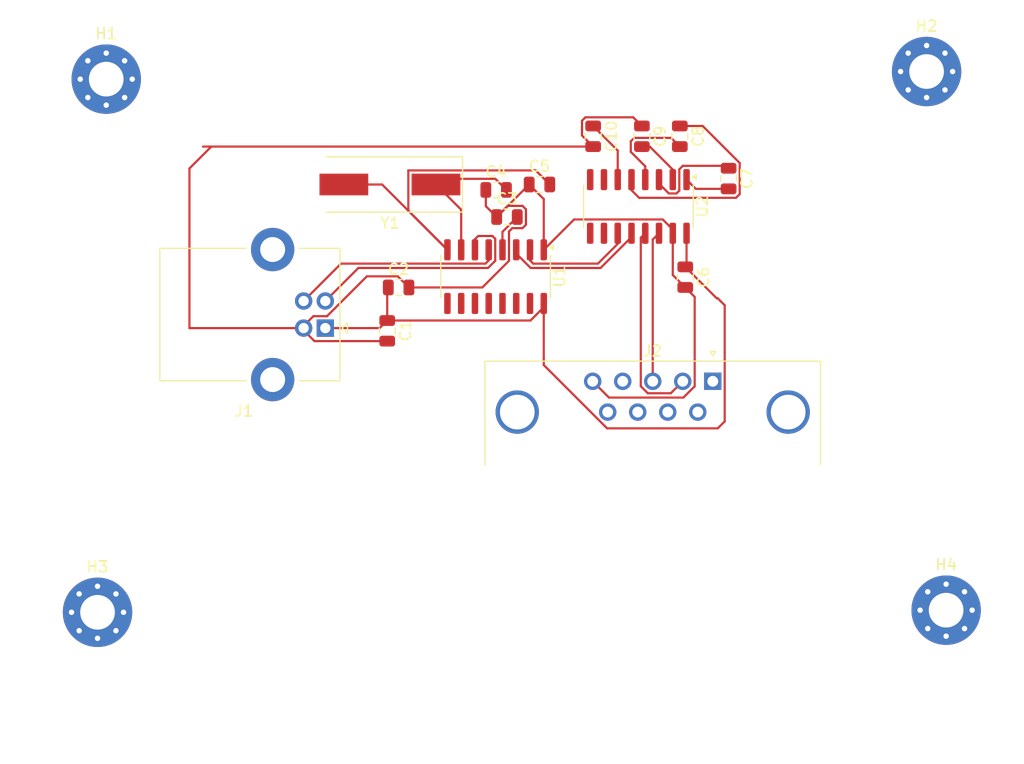
<source format=kicad_pcb>
(kicad_pcb (version 20241229) (generator "pcbnew") (generator_version "9.0")
  (layers (0 "F.Cu" signal) (2 "B.Cu" signal) (13 "F.Paste" user) (15 "B.Paste" user) (5 "F.SilkS" user "F.Silkscreen") (7 "B.SilkS" user "B.Silkscreen") (1 "F.Mask" user) (3 "B.Mask" user) (25 "Edge.Cuts" user))
  (net 0 "")
  (net 1 "GND")
  (net 2 "+5V")
  (net 3 "Net-(U1-V3)")
  (net 4 "Net-(U1-XI)")
  (net 5 "Net-(U1-XO)")
  (net 6 "Net-(U2-C1-)")
  (net 7 "Net-(U2-C1+)")
  (net 8 "Net-(U2-C2+)")
  (net 9 "Net-(U2-C2-)")
  (net 10 "Net-(U2-VS+)")
  (net 11 "Net-(U2-VS-)")
  (net 18 "/USB_D-")
  (net 19 "/USB_D+")
  (net 24 "Net-(U2-R1IN)")
  (net 29 "Net-(U2-T1OUT)")
  (net 35 "Net-(U1-RXD)")
  (net 38 "Net-(U1-TXD)")
  (footprint "Connector_Dsub:DSUB-9_Socket_Horizontal_P2.77x2.84mm_EdgePinOffset4.94mm_Housed_MountingHolesOffset4.94mm" (layer "F.Cu") (at 171.27 79.685001)
    (property "Reference" "J2" (at -5.54 -2.8 0) (layer "F.SilkS"))
    (property "Value" "DE9_Pins_MountingHoles")
    (fp_line (start -21.025 -1.86) (end 9.945 -1.86) (stroke (width 0.12)) (layer "F.SilkS"))
    (fp_line (start -21.025 7.72) (end -21.025 -1.86) (stroke (width 0.12)) (layer "F.SilkS"))
    (fp_line (start -0.25 -2.754338) (end 0.25 -2.754338) (stroke (width 0.12)) (layer "F.SilkS"))
    (fp_line (start 0 -2.321325) (end -0.25 -2.754338) (stroke (width 0.12)) (layer "F.SilkS"))
    (fp_line (start 0.25 -2.754338) (end 0 -2.321325) (stroke (width 0.12)) (layer "F.SilkS"))
    (fp_line (start 9.945 -1.86) (end 9.945 7.72) (stroke (width 0.12)) (layer "F.SilkS"))
    (pad "0" thru_hole circle (at -18.04 2.84) (size 4 4) (drill 3.2) (layers "*.Cu" "*.Mask"))
    (pad "0" thru_hole circle (at 6.96 2.84) (size 4 4) (drill 3.2) (layers "*.Cu" "*.Mask"))
    (pad "1" thru_hole rect (at 0 0) (size 1.6 1.6) (drill 1) (layers "*.Cu" "*.Mask"))
    (pad "2" thru_hole circle (at -2.77 0) (size 1.6 1.6) (drill 1) (layers "*.Cu" "*.Mask") (net 24 "Net-(U2-R1IN)"))
    (pad "3" thru_hole circle (at -5.54 0) (size 1.6 1.6) (drill 1) (layers "*.Cu" "*.Mask") (net 29 "Net-(U2-T1OUT)"))
    (pad "4" thru_hole circle (at -8.31 0) (size 1.6 1.6) (drill 1) (layers "*.Cu" "*.Mask"))
    (pad "5" thru_hole circle (at -11.08 0) (size 1.6 1.6) (drill 1) (layers "*.Cu" "*.Mask") (net 1 "GND"))
    (pad "6" thru_hole circle (at -1.385 2.84) (size 1.6 1.6) (drill 1) (layers "*.Cu" "*.Mask"))
    (pad "7" thru_hole circle (at -4.155 2.84) (size 1.6 1.6) (drill 1) (layers "*.Cu" "*.Mask"))
    (pad "8" thru_hole circle (at -6.925 2.84) (size 1.6 1.6) (drill 1) (layers "*.Cu" "*.Mask"))
    (pad "9" thru_hole circle (at -9.695 2.84) (size 1.6 1.6) (drill 1) (layers "*.Cu" "*.Mask"))
  )
  (footprint "Package_SO:SOIC-16_3.9x9.9mm_P1.27mm" (layer "F.Cu") (at 164.405 63.550001 -90)
    (property "Reference" "U2" (at 0 -5.9 90) (layer "F.SilkS"))
    (property "Value" "MAX3232")
    (fp_line (start 0 5.06) (end -1.95 5.06) (stroke (width 0.12)) (layer "F.SilkS"))
    (fp_line (start 0 5.06) (end 1.95 5.06) (stroke (width 0.12)) (layer "F.SilkS"))
    (fp_line (start 0 -5.06) (end -1.95 -5.06) (stroke (width 0.12)) (layer "F.SilkS"))
    (fp_line (start 0 -5.06) (end 1.95 -5.06) (stroke (width 0.12)) (layer "F.SilkS"))
    (fp_poly (pts (xy -2.7 -5.005) (xy -2.94 -5.335) (xy -2.46 -5.335)) (stroke (width 0.12)) (fill yes) (layer "F.SilkS"))
    (pad "1" smd roundrect (at -2.475 -4.445 270) (size 1.95 0.6) (layers "F.Cu" "F.Mask" "F.Paste") (net 7 "Net-(U2-C1+)"))
    (pad "2" smd roundrect (at -2.475 -3.175 270) (size 1.95 0.6) (layers "F.Cu" "F.Mask" "F.Paste") (net 10 "Net-(U2-VS+)"))
    (pad "3" smd roundrect (at -2.475 -1.905 270) (size 1.95 0.6) (layers "F.Cu" "F.Mask" "F.Paste") (net 6 "Net-(U2-C1-)"))
    (pad "4" smd roundrect (at -2.475 -0.635 270) (size 1.95 0.6) (layers "F.Cu" "F.Mask" "F.Paste") (net 8 "Net-(U2-C2+)"))
    (pad "5" smd roundrect (at -2.475 0.635 270) (size 1.95 0.6) (layers "F.Cu" "F.Mask" "F.Paste") (net 9 "Net-(U2-C2-)"))
    (pad "6" smd roundrect (at -2.475 1.905 270) (size 1.95 0.6) (layers "F.Cu" "F.Mask" "F.Paste") (net 11 "Net-(U2-VS-)"))
    (pad "7" smd roundrect (at -2.475 3.175 270) (size 1.95 0.6) (layers "F.Cu" "F.Mask" "F.Paste"))
    (pad "8" smd roundrect (at -2.475 4.445 270) (size 1.95 0.6) (layers "F.Cu" "F.Mask" "F.Paste"))
    (pad "9" smd roundrect (at 2.475 4.445 270) (size 1.95 0.6) (layers "F.Cu" "F.Mask" "F.Paste"))
    (pad "10" smd roundrect (at 2.475 3.175 270) (size 1.95 0.6) (layers "F.Cu" "F.Mask" "F.Paste"))
    (pad "11" smd roundrect (at 2.475 1.905 270) (size 1.95 0.6) (layers "F.Cu" "F.Mask" "F.Paste") (net 38 "Net-(U1-TXD)"))
    (pad "12" smd roundrect (at 2.475 0.635 270) (size 1.95 0.6) (layers "F.Cu" "F.Mask" "F.Paste") (net 35 "Net-(U1-RXD)"))
    (pad "13" smd roundrect (at 2.475 -0.635 270) (size 1.95 0.6) (layers "F.Cu" "F.Mask" "F.Paste") (net 24 "Net-(U2-R1IN)"))
    (pad "14" smd roundrect (at 2.475 -1.905 270) (size 1.95 0.6) (layers "F.Cu" "F.Mask" "F.Paste") (net 29 "Net-(U2-T1OUT)"))
    (pad "15" smd roundrect (at 2.475 -3.175 270) (size 1.95 0.6) (layers "F.Cu" "F.Mask" "F.Paste") (net 1 "GND"))
    (pad "16" smd roundrect (at 2.475 -4.445 270) (size 1.95 0.6) (layers "F.Cu" "F.Mask" "F.Paste") (net 2 "+5V"))
  )
  (footprint "Capacitor_SMD:C_0805_2012Metric" (layer "F.Cu") (at 160.23 57.075001 -90)
    (property "Reference" "C10" (at 0 -1.68 90) (layer "F.SilkS"))
    (property "Value" "100nF")
    (fp_line (start -0.261252 0.735) (end 0.261252 0.735) (stroke (width 0.12)) (layer "F.SilkS"))
    (fp_line (start -0.261252 -0.735) (end 0.261252 -0.735) (stroke (width 0.12)) (layer "F.SilkS"))
    (pad "1" smd roundrect (at -0.95 0 270) (size 1 1.45) (layers "F.Cu" "F.Mask" "F.Paste") (net 11 "Net-(U2-VS-)"))
    (pad "2" smd roundrect (at 0.95 0 270) (size 1 1.45) (layers "F.Cu" "F.Mask" "F.Paste") (net 1 "GND"))
  )
  (footprint "Capacitor_SMD:C_0805_2012Metric" (layer "F.Cu") (at 141.23 75.025001 -90)
    (property "Reference" "C1" (at 0 -1.68 90) (layer "F.SilkS"))
    (property "Value" "100nF")
    (fp_line (start -0.261252 0.735) (end 0.261252 0.735) (stroke (width 0.12)) (layer "F.SilkS"))
    (fp_line (start -0.261252 -0.735) (end 0.261252 -0.735) (stroke (width 0.12)) (layer "F.SilkS"))
    (pad "1" smd roundrect (at -0.95 0 270) (size 1 1.45) (layers "F.Cu" "F.Mask" "F.Paste") (net 2 "+5V"))
    (pad "2" smd roundrect (at 0.95 0 270) (size 1 1.45) (layers "F.Cu" "F.Mask" "F.Paste") (net 1 "GND"))
  )
  (footprint "Capacitor_SMD:C_0805_2012Metric" (layer "F.Cu") (at 172.73 60.975001 -90)
    (property "Reference" "C7" (at 0 -1.68 90) (layer "F.SilkS"))
    (property "Value" "100nF")
    (fp_line (start -0.261252 0.735) (end 0.261252 0.735) (stroke (width 0.12)) (layer "F.SilkS"))
    (fp_line (start -0.261252 -0.735) (end 0.261252 -0.735) (stroke (width 0.12)) (layer "F.SilkS"))
    (pad "1" smd roundrect (at -0.95 0 270) (size 1 1.45) (layers "F.Cu" "F.Mask" "F.Paste") (net 6 "Net-(U2-C1-)"))
    (pad "2" smd roundrect (at 0.95 0 270) (size 1 1.45) (layers "F.Cu" "F.Mask" "F.Paste") (net 7 "Net-(U2-C1+)"))
  )
  (footprint "Capacitor_SMD:C_0805_2012Metric" (layer "F.Cu") (at 152.28 64.525001)
    (property "Reference" "C3" (at 0 -1.68 0) (layer "F.SilkS"))
    (property "Value" "10nF")
    (fp_line (start -0.261252 -0.735) (end 0.261252 -0.735) (stroke (width 0.12)) (layer "F.SilkS"))
    (fp_line (start -0.261252 0.735) (end 0.261252 0.735) (stroke (width 0.12)) (layer "F.SilkS"))
    (pad "1" smd roundrect (at -0.95 0) (size 1 1.45) (layers "F.Cu" "F.Mask" "F.Paste") (net 1 "GND"))
    (pad "2" smd roundrect (at 0.95 0) (size 1 1.45) (layers "F.Cu" "F.Mask" "F.Paste") (net 3 "Net-(U1-V3)"))
  )
  (footprint "MountingHole:MountingHole_3.2mm_M3_Pad_Via" (layer "F.Cu") (at 192.802944 100.802944)
    (property "Reference" "H4" (at 0 -4.2 0) (layer "F.SilkS"))
    (property "Value" "MountingHole_Pad")
    (pad "1" thru_hole circle (at -2.4 0) (size 0.8 0.8) (drill 0.5) (layers "*.Cu" "*.Mask"))
    (pad "1" thru_hole circle (at -1.697056 -1.697056) (size 0.8 0.8) (drill 0.5) (layers "*.Cu" "*.Mask"))
    (pad "1" thru_hole circle (at -1.697056 1.697056) (size 0.8 0.8) (drill 0.5) (layers "*.Cu" "*.Mask"))
    (pad "1" thru_hole circle (at 0 -2.4) (size 0.8 0.8) (drill 0.5) (layers "*.Cu" "*.Mask"))
    (pad "1" thru_hole circle (at 0 0) (size 6.4 6.4) (drill 3.2) (layers "*.Cu" "*.Mask"))
    (pad "1" thru_hole circle (at 0 2.4) (size 0.8 0.8) (drill 0.5) (layers "*.Cu" "*.Mask"))
    (pad "1" thru_hole circle (at 1.697056 -1.697056) (size 0.8 0.8) (drill 0.5) (layers "*.Cu" "*.Mask"))
    (pad "1" thru_hole circle (at 1.697056 1.697056) (size 0.8 0.8) (drill 0.5) (layers "*.Cu" "*.Mask"))
    (pad "1" thru_hole circle (at 2.4 0) (size 0.8 0.8) (drill 0.5) (layers "*.Cu" "*.Mask"))
  )
  (footprint "MountingHole:MountingHole_3.2mm_M3_Pad_Via" (layer "F.Cu") (at 191 51.1)
    (property "Reference" "H2" (at 0 -4.2 0) (layer "F.SilkS"))
    (property "Value" "MountingHole_Pad")
    (pad "1" thru_hole circle (at -2.4 0) (size 0.8 0.8) (drill 0.5) (layers "*.Cu" "*.Mask"))
    (pad "1" thru_hole circle (at -1.697056 -1.697056) (size 0.8 0.8) (drill 0.5) (layers "*.Cu" "*.Mask"))
    (pad "1" thru_hole circle (at -1.697056 1.697056) (size 0.8 0.8) (drill 0.5) (layers "*.Cu" "*.Mask"))
    (pad "1" thru_hole circle (at 0 -2.4) (size 0.8 0.8) (drill 0.5) (layers "*.Cu" "*.Mask"))
    (pad "1" thru_hole circle (at 0 0) (size 6.4 6.4) (drill 3.2) (layers "*.Cu" "*.Mask"))
    (pad "1" thru_hole circle (at 0 2.4) (size 0.8 0.8) (drill 0.5) (layers "*.Cu" "*.Mask"))
    (pad "1" thru_hole circle (at 1.697056 -1.697056) (size 0.8 0.8) (drill 0.5) (layers "*.Cu" "*.Mask"))
    (pad "1" thru_hole circle (at 1.697056 1.697056) (size 0.8 0.8) (drill 0.5) (layers "*.Cu" "*.Mask"))
    (pad "1" thru_hole circle (at 2.4 0) (size 0.8 0.8) (drill 0.5) (layers "*.Cu" "*.Mask"))
  )
  (footprint "Connector_USB:USB_B_Lumberg_2411_02_Horizontal" (layer "F.Cu") (at 135.5175 74.775001 180)
    (property "Reference" "J1" (at 7.5 -7.65 0) (layer "F.SilkS"))
    (property "Value" "USB_B")
    (fp_line (start 15.27 7.36) (end 15.27 -4.86) (stroke (width 0.12)) (layer "F.SilkS"))
    (fp_line (start 15.27 7.36) (end 7.3 7.36) (stroke (width 0.12)) (layer "F.SilkS"))
    (fp_line (start 15.27 -4.86) (end 7.3 -4.86) (stroke (width 0.12)) (layer "F.SilkS"))
    (fp_line (start -1.35 7.36) (end 2.4 7.36) (stroke (width 0.12)) (layer "F.SilkS"))
    (fp_line (start -1.35 7.36) (end -1.35 -4.86) (stroke (width 0.12)) (layer "F.SilkS"))
    (fp_line (start -1.35 -4.86) (end 2.4 -4.86) (stroke (width 0.12)) (layer "F.SilkS"))
    (fp_line (start -1.55 0) (end -2.05 -0.5) (stroke (width 0.12)) (layer "F.SilkS"))
    (fp_line (start -2.05 0.5) (end -1.55 0) (stroke (width 0.12)) (layer "F.SilkS"))
    (fp_line (start -2.05 -0.5) (end -2.05 0.5) (stroke (width 0.12)) (layer "F.SilkS"))
    (pad "1" thru_hole rect (at 0 0 270) (size 1.6 1.6) (drill 0.95) (layers "*.Cu" "*.Mask") (net 2 "+5V"))
    (pad "2" thru_hole circle (at 0 2.5 270) (size 1.6 1.6) (drill 0.95) (layers "*.Cu" "*.Mask") (net 18 "/USB_D-"))
    (pad "3" thru_hole circle (at 2 2.5 270) (size 1.6 1.6) (drill 0.95) (layers "*.Cu" "*.Mask") (net 19 "/USB_D+"))
    (pad "4" thru_hole circle (at 2 0 270) (size 1.6 1.6) (drill 0.95) (layers "*.Cu" "*.Mask") (net 1 "GND"))
    (pad "5" thru_hole circle (at 4.86 -4.75 270) (size 4 4) (drill 2.3) (layers "*.Cu" "*.Mask"))
    (pad "5" thru_hole circle (at 4.86 7.25 270) (size 4 4) (drill 2.3) (layers "*.Cu" "*.Mask"))
  )
  (footprint "Capacitor_SMD:C_0805_2012Metric" (layer "F.Cu") (at 164.73 57.075001 -90)
    (property "Reference" "C9" (at 0 -1.68 90) (layer "F.SilkS"))
    (property "Value" "100nF")
    (fp_line (start -0.261252 0.735) (end 0.261252 0.735) (stroke (width 0.12)) (layer "F.SilkS"))
    (fp_line (start -0.261252 -0.735) (end 0.261252 -0.735) (stroke (width 0.12)) (layer "F.SilkS"))
    (pad "1" smd roundrect (at -0.95 0 270) (size 1 1.45) (layers "F.Cu" "F.Mask" "F.Paste") (net 1 "GND"))
    (pad "2" smd roundrect (at 0.95 0 270) (size 1 1.45) (layers "F.Cu" "F.Mask" "F.Paste") (net 10 "Net-(U2-VS+)"))
  )
  (footprint "Capacitor_SMD:C_0805_2012Metric" (layer "F.Cu") (at 168.73 70.075001 -90)
    (property "Reference" "C6" (at 0 -1.68 90) (layer "F.SilkS"))
    (property "Value" "100nF")
    (fp_line (start -0.261252 0.735) (end 0.261252 0.735) (stroke (width 0.12)) (layer "F.SilkS"))
    (fp_line (start -0.261252 -0.735) (end 0.261252 -0.735) (stroke (width 0.12)) (layer "F.SilkS"))
    (pad "1" smd roundrect (at -0.95 0 270) (size 1 1.45) (layers "F.Cu" "F.Mask" "F.Paste") (net 2 "+5V"))
    (pad "2" smd roundrect (at 0.95 0 270) (size 1 1.45) (layers "F.Cu" "F.Mask" "F.Paste") (net 1 "GND"))
  )
  (footprint "Capacitor_SMD:C_0805_2012Metric" (layer "F.Cu") (at 168.23 57.075001 -90)
    (property "Reference" "C8" (at 0 -1.68 90) (layer "F.SilkS"))
    (property "Value" "100nF")
    (fp_line (start -0.261252 0.735) (end 0.261252 0.735) (stroke (width 0.12)) (layer "F.SilkS"))
    (fp_line (start -0.261252 -0.735) (end 0.261252 -0.735) (stroke (width 0.12)) (layer "F.SilkS"))
    (pad "1" smd roundrect (at -0.95 0 270) (size 1 1.45) (layers "F.Cu" "F.Mask" "F.Paste") (net 9 "Net-(U2-C2-)"))
    (pad "2" smd roundrect (at 0.95 0 270) (size 1 1.45) (layers "F.Cu" "F.Mask" "F.Paste") (net 8 "Net-(U2-C2+)"))
  )
  (footprint "Package_SO:SOIC-16_3.9x9.9mm_P1.27mm" (layer "F.Cu") (at 151.23 70.025001 -90)
    (property "Reference" "U1" (at 0 -5.9 90) (layer "F.SilkS"))
    (property "Value" "CH340G")
    (fp_line (start 0 5.06) (end -1.95 5.06) (stroke (width 0.12)) (layer "F.SilkS"))
    (fp_line (start 0 5.06) (end 1.95 5.06) (stroke (width 0.12)) (layer "F.SilkS"))
    (fp_line (start 0 -5.06) (end -1.95 -5.06) (stroke (width 0.12)) (layer "F.SilkS"))
    (fp_line (start 0 -5.06) (end 1.95 -5.06) (stroke (width 0.12)) (layer "F.SilkS"))
    (fp_poly (pts (xy -2.7 -5.005) (xy -2.94 -5.335) (xy -2.46 -5.335)) (stroke (width 0.12)) (fill yes) (layer "F.SilkS"))
    (pad "1" smd roundrect (at -2.475 -4.445 270) (size 1.95 0.6) (layers "F.Cu" "F.Mask" "F.Paste") (net 1 "GND"))
    (pad "2" smd roundrect (at -2.475 -3.175 270) (size 1.95 0.6) (layers "F.Cu" "F.Mask" "F.Paste") (net 38 "Net-(U1-TXD)"))
    (pad "3" smd roundrect (at -2.475 -1.905 270) (size 1.95 0.6) (layers "F.Cu" "F.Mask" "F.Paste") (net 35 "Net-(U1-RXD)"))
    (pad "4" smd roundrect (at -2.475 -0.635 270) (size 1.95 0.6) (layers "F.Cu" "F.Mask" "F.Paste") (net 3 "Net-(U1-V3)"))
    (pad "5" smd roundrect (at -2.475 0.635 270) (size 1.95 0.6) (layers "F.Cu" "F.Mask" "F.Paste") (net 19 "/USB_D+"))
    (pad "6" smd roundrect (at -2.475 1.905 270) (size 1.95 0.6) (layers "F.Cu" "F.Mask" "F.Paste") (net 18 "/USB_D-"))
    (pad "7" smd roundrect (at -2.475 3.175 270) (size 1.95 0.6) (layers "F.Cu" "F.Mask" "F.Paste") (net 4 "Net-(U1-XI)"))
    (pad "8" smd roundrect (at -2.475 4.445 270) (size 1.95 0.6) (layers "F.Cu" "F.Mask" "F.Paste") (net 5 "Net-(U1-XO)"))
    (pad "9" smd roundrect (at 2.475 4.445 270) (size 1.95 0.6) (layers "F.Cu" "F.Mask" "F.Paste"))
    (pad "10" smd roundrect (at 2.475 3.175 270) (size 1.95 0.6) (layers "F.Cu" "F.Mask" "F.Paste"))
    (pad "11" smd roundrect (at 2.475 1.905 270) (size 1.95 0.6) (layers "F.Cu" "F.Mask" "F.Paste"))
    (pad "12" smd roundrect (at 2.475 0.635 270) (size 1.95 0.6) (layers "F.Cu" "F.Mask" "F.Paste"))
    (pad "13" smd roundrect (at 2.475 -0.635 270) (size 1.95 0.6) (layers "F.Cu" "F.Mask" "F.Paste"))
    (pad "14" smd roundrect (at 2.475 -1.905 270) (size 1.95 0.6) (layers "F.Cu" "F.Mask" "F.Paste"))
    (pad "15" smd roundrect (at 2.475 -3.175 270) (size 1.95 0.6) (layers "F.Cu" "F.Mask" "F.Paste"))
    (pad "16" smd roundrect (at 2.475 -4.445 270) (size 1.95 0.6) (layers "F.Cu" "F.Mask" "F.Paste") (net 2 "+5V"))
  )
  (footprint "MountingHole:MountingHole_3.2mm_M3_Pad_Via" (layer "F.Cu") (at 114.5 101)
    (property "Reference" "H3" (at 0 -4.2 0) (layer "F.SilkS"))
    (property "Value" "MountingHole_Pad")
    (pad "1" thru_hole circle (at -2.4 0) (size 0.8 0.8) (drill 0.5) (layers "*.Cu" "*.Mask"))
    (pad "1" thru_hole circle (at -1.697056 -1.697056) (size 0.8 0.8) (drill 0.5) (layers "*.Cu" "*.Mask"))
    (pad "1" thru_hole circle (at -1.697056 1.697056) (size 0.8 0.8) (drill 0.5) (layers "*.Cu" "*.Mask"))
    (pad "1" thru_hole circle (at 0 -2.4) (size 0.8 0.8) (drill 0.5) (layers "*.Cu" "*.Mask"))
    (pad "1" thru_hole circle (at 0 0) (size 6.4 6.4) (drill 3.2) (layers "*.Cu" "*.Mask"))
    (pad "1" thru_hole circle (at 0 2.4) (size 0.8 0.8) (drill 0.5) (layers "*.Cu" "*.Mask"))
    (pad "1" thru_hole circle (at 1.697056 -1.697056) (size 0.8 0.8) (drill 0.5) (layers "*.Cu" "*.Mask"))
    (pad "1" thru_hole circle (at 1.697056 1.697056) (size 0.8 0.8) (drill 0.5) (layers "*.Cu" "*.Mask"))
    (pad "1" thru_hole circle (at 2.4 0) (size 0.8 0.8) (drill 0.5) (layers "*.Cu" "*.Mask"))
  )
  (footprint "Capacitor_SMD:C_0805_2012Metric" (layer "F.Cu") (at 142.28 71.025001)
    (property "Reference" "C2" (at 0 -1.68 0) (layer "F.SilkS"))
    (property "Value" "100nF")
    (fp_line (start -0.261252 -0.735) (end 0.261252 -0.735) (stroke (width 0.12)) (layer "F.SilkS"))
    (fp_line (start -0.261252 0.735) (end 0.261252 0.735) (stroke (width 0.12)) (layer "F.SilkS"))
    (pad "1" smd roundrect (at -0.95 0) (size 1 1.45) (layers "F.Cu" "F.Mask" "F.Paste") (net 2 "+5V"))
    (pad "2" smd roundrect (at 0.95 0) (size 1 1.45) (layers "F.Cu" "F.Mask" "F.Paste") (net 1 "GND"))
  )
  (footprint "Capacitor_SMD:C_0805_2012Metric" (layer "F.Cu") (at 151.28 62.025001)
    (property "Reference" "C4" (at 0 -1.68 0) (layer "F.SilkS"))
    (property "Value" "22pF")
    (fp_line (start -0.261252 -0.735) (end 0.261252 -0.735) (stroke (width 0.12)) (layer "F.SilkS"))
    (fp_line (start -0.261252 0.735) (end 0.261252 0.735) (stroke (width 0.12)) (layer "F.SilkS"))
    (pad "1" smd roundrect (at -0.95 0) (size 1 1.45) (layers "F.Cu" "F.Mask" "F.Paste") (net 1 "GND"))
    (pad "2" smd roundrect (at 0.95 0) (size 1 1.45) (layers "F.Cu" "F.Mask" "F.Paste") (net 4 "Net-(U1-XI)"))
  )
  (footprint "MountingHole:MountingHole_3.2mm_M3_Pad_Via" (layer "F.Cu") (at 115.302944 51.802944)
    (property "Reference" "H1" (at 0 -4.2 0) (layer "F.SilkS"))
    (property "Value" "MountingHole_Pad")
    (pad "1" thru_hole circle (at -2.4 0) (size 0.8 0.8) (drill 0.5) (layers "*.Cu" "*.Mask"))
    (pad "1" thru_hole circle (at -1.697056 -1.697056) (size 0.8 0.8) (drill 0.5) (layers "*.Cu" "*.Mask"))
    (pad "1" thru_hole circle (at -1.697056 1.697056) (size 0.8 0.8) (drill 0.5) (layers "*.Cu" "*.Mask"))
    (pad "1" thru_hole circle (at 0 -2.4) (size 0.8 0.8) (drill 0.5) (layers "*.Cu" "*.Mask"))
    (pad "1" thru_hole circle (at 0 0) (size 6.4 6.4) (drill 3.2) (layers "*.Cu" "*.Mask"))
    (pad "1" thru_hole circle (at 0 2.4) (size 0.8 0.8) (drill 0.5) (layers "*.Cu" "*.Mask"))
    (pad "1" thru_hole circle (at 1.697056 -1.697056) (size 0.8 0.8) (drill 0.5) (layers "*.Cu" "*.Mask"))
    (pad "1" thru_hole circle (at 1.697056 1.697056) (size 0.8 0.8) (drill 0.5) (layers "*.Cu" "*.Mask"))
    (pad "1" thru_hole circle (at 2.4 0) (size 0.8 0.8) (drill 0.5) (layers "*.Cu" "*.Mask"))
  )
  (footprint "Capacitor_SMD:C_0805_2012Metric" (layer "F.Cu") (at 155.28 61.525001)
    (property "Reference" "C5" (at 0 -1.68 0) (layer "F.SilkS"))
    (property "Value" "22pF")
    (fp_line (start -0.261252 -0.735) (end 0.261252 -0.735) (stroke (width 0.12)) (layer "F.SilkS"))
    (fp_line (start -0.261252 0.735) (end 0.261252 0.735) (stroke (width 0.12)) (layer "F.SilkS"))
    (pad "1" smd roundrect (at -0.95 0) (size 1 1.45) (layers "F.Cu" "F.Mask" "F.Paste") (net 1 "GND"))
    (pad "2" smd roundrect (at 0.95 0) (size 1 1.45) (layers "F.Cu" "F.Mask" "F.Paste") (net 5 "Net-(U1-XO)"))
  )
  (footprint "Crystal:Crystal_SMD_HC49-SD" (layer "F.Cu") (at 141.48 61.525001 180)
    (property "Reference" "Y1" (at 0 -3.55 0) (layer "F.SilkS"))
    (property "Value" "12MHz")
    (fp_line (start 5.9 -2.55) (end -6.7 -2.55) (stroke (width 0.12)) (layer "F.SilkS"))
    (fp_line (start -6.7 2.55) (end 5.9 2.55) (stroke (width 0.12)) (layer "F.SilkS"))
    (fp_line (start -6.7 -2.55) (end -6.7 2.55) (stroke (width 0.12)) (layer "F.SilkS"))
    (pad "1" smd rect (at -4.25 0 180) (size 4.5 2) (layers "F.Cu" "F.Mask" "F.Paste") (net 4 "Net-(U1-XI)"))
    (pad "2" smd rect (at 4.25 0 180) (size 4.5 2) (layers "F.Cu" "F.Mask" "F.Paste") (net 5 "Net-(U1-XO)"))
  )
  (segment (start 164.73 56.125001) (end 163.929 55.324001) (width 0.2) (layer "F.Cu") (net 1))
  (segment (start 139.35055 69.999001) (end 135.67555 73.674001) (width 0.2) (layer "F.Cu") (net 1))
  (segment (start 133.5175 74.573001) (end 133.5175 74.775001) (width 0.2) (layer "F.Cu") (net 1))
  (segment (start 142.204 69.999001) (end 139.35055 69.999001) (width 0.2) (layer "F.Cu") (net 1))
  (segment (start 159.204 55.639841) (end 159.204 56.999001) (width 0.2) (layer "F.Cu") (net 1))
  (segment (start 160.19 79.685001) (end 161.692 81.187001) (width 0.2) (layer "F.Cu") (net 1))
  (segment (start 133.5175 74.977001) (end 134.5155 75.975001) (width 0.2) (layer "F.Cu") (net 1))
  (segment (start 167.58 66.025001) (end 167.58 69.875001) (width 0.2) (layer "F.Cu") (net 1))
  (segment (start 150.006968 71.025001) (end 152.466 68.565969) (width 0.2) (layer "F.Cu") (net 1))
  (segment (start 158.476 64.749001) (end 166.650968 64.749001) (width 0.2) (layer "F.Cu") (net 1))
  (segment (start 122.98 60.045001) (end 125 58.025001) (width 0.2) (layer "F.Cu") (net 1))
  (segment (start 154.031 63.814841) (end 153.71516 63.499001) (width 0.2) (layer "F.Cu") (net 1))
  (segment (start 122.98 74.775001) (end 133.5175 74.775001) (width 0.2) (layer "F.Cu") (net 1))
  (segment (start 154.031 65.235161) (end 154.031 63.814841) (width 0.2) (layer "F.Cu") (net 1))
  (segment (start 159.51984 55.324001) (end 159.204 55.639841) (width 0.2) (layer "F.Cu") (net 1))
  (segment (start 153.71516 63.499001) (end 152.356 63.499001) (width 0.2) (layer "F.Cu") (net 1))
  (segment (start 152.7711 65.551001) (end 153.71516 65.551001) (width 0.2) (layer "F.Cu") (net 1))
  (segment (start 163.929 55.324001) (end 159.51984 55.324001) (width 0.2) (layer "F.Cu") (net 1))
  (segment (start 168.55505 81.187001) (end 169.601 80.141051) (width 0.2) (layer "F.Cu") (net 1))
  (segment (start 167.58 65.678033) (end 167.58 66.025001) (width 0.2) (layer "F.Cu") (net 1))
  (segment (start 166.650968 64.749001) (end 167.58 65.678033) (width 0.2) (layer "F.Cu") (net 1))
  (segment (start 169.601 80.141051) (end 169.601 71.896001) (width 0.2) (layer "F.Cu") (net 1))
  (segment (start 134.4165 73.674001) (end 133.5175 74.573001) (width 0.2) (layer "F.Cu") (net 1))
  (segment (start 135.67555 73.674001) (end 134.4165 73.674001) (width 0.2) (layer "F.Cu") (net 1))
  (segment (start 167.58 69.875001) (end 168.73 71.025001) (width 0.2) (layer "F.Cu") (net 1))
  (segment (start 143.23 71.025001) (end 150.006968 71.025001) (width 0.2) (layer "F.Cu") (net 1))
  (segment (start 125 58.025001) (end 124.23 58.025001) (width 0.2) (layer "F.Cu") (net 1))
  (segment (start 152.466 65.856101) (end 152.7711 65.551001) (width 0.2) (layer "F.Cu") (net 1))
  (segment (start 150.33 63.525001) (end 151.33 64.525001) (width 0.2) (layer "F.Cu") (net 1))
  (segment (start 150.33 61.525001) (end 150.33 63.525001) (width 0.2) (layer "F.Cu") (net 1))
  (segment (start 134.5155 75.975001) (end 141.23 75.975001) (width 0.2) (layer "F.Cu") (net 1))
  (segment (start 133.5175 74.775001) (end 133.5175 74.977001) (width 0.2) (layer "F.Cu") (net 1))
  (segment (start 161.692 81.187001) (end 168.55505 81.187001) (width 0.2) (layer "F.Cu") (net 1))
  (segment (start 122.98 74.775001) (end 122.98 60.045001) (width 0.2) (layer "F.Cu") (net 1))
  (segment (start 151.33 64.525001) (end 154.33 61.525001) (width 0.2) (layer "F.Cu") (net 1))
  (segment (start 159.204 56.999001) (end 160.23 58.025001) (width 0.2) (layer "F.Cu") (net 1))
  (segment (start 152.466 68.565969) (end 152.466 65.856101) (width 0.2) (layer "F.Cu") (net 1))
  (segment (start 143.23 71.025001) (end 142.204 69.999001) (width 0.2) (layer "F.Cu") (net 1))
  (segment (start 155.675 67.550001) (end 155.675 62.870001) (width 0.2) (layer "F.Cu") (net 1))
  (segment (start 155.675 67.550001) (end 158.476 64.749001) (width 0.2) (layer "F.Cu") (net 1))
  (segment (start 153.71516 65.551001) (end 154.031 65.235161) (width 0.2) (layer "F.Cu") (net 1))
  (segment (start 152.356 63.499001) (end 151.33 64.525001) (width 0.2) (layer "F.Cu") (net 1))
  (segment (start 160.23 58.025001) (end 125 58.025001) (width 0.2) (layer "F.Cu") (net 1))
  (segment (start 155.675 62.870001) (end 154.33 61.525001) (width 0.2) (layer "F.Cu") (net 1))
  (segment (start 169.601 71.896001) (end 168.73 71.025001) (width 0.2) (layer "F.Cu") (net 1))
  (segment (start 140.53 74.775001) (end 141.23 74.075001) (width 0.2) (layer "F.Cu") (net 2))
  (segment (start 155.675 72.500001) (end 155.675 78.182051) (width 0.2) (layer "F.Cu") (net 2))
  (segment (start 135.5175 74.775001) (end 140.53 74.775001) (width 0.2) (layer "F.Cu") (net 2))
  (segment (start 171.73 84.025001) (end 172.371 83.384001) (width 0.2) (layer "F.Cu") (net 2))
  (segment (start 141.23 74.075001) (end 141.23 71.125001) (width 0.2) (layer "F.Cu") (net 2))
  (segment (start 155.675 72.846969) (end 155.675 72.500001) (width 0.2) (layer "F.Cu") (net 2))
  (segment (start 155.675 78.182051) (end 161.51795 84.025001) (width 0.2) (layer "F.Cu") (net 2))
  (segment (start 171.63 72.025001) (end 168.73 69.125001) (width 0.2) (layer "F.Cu") (net 2))
  (segment (start 168.85 69.005001) (end 168.73 69.125001) (width 0.2) (layer "F.Cu") (net 2))
  (segment (start 172.371 72.666001) (end 171.73 72.025001) (width 0.2) (layer "F.Cu") (net 2))
  (segment (start 141.23 74.075001) (end 154.446968 74.075001) (width 0.2) (layer "F.Cu") (net 2))
  (segment (start 154.446968 74.075001) (end 155.675 72.846969) (width 0.2) (layer "F.Cu") (net 2))
  (segment (start 172.371 83.384001) (end 172.371 72.666001) (width 0.2) (layer "F.Cu") (net 2))
  (segment (start 141.23 71.125001) (end 141.33 71.025001) (width 0.2) (layer "F.Cu") (net 2))
  (segment (start 168.85 66.025001) (end 168.85 69.005001) (width 0.2) (layer "F.Cu") (net 2))
  (segment (start 161.51795 84.025001) (end 171.73 84.025001) (width 0.2) (layer "F.Cu") (net 2))
  (segment (start 171.73 72.025001) (end 171.63 72.025001) (width 0.2) (layer "F.Cu") (net 2))
  (segment (start 151.865 67.550001) (end 151.865 65.890001) (width 0.2) (layer "F.Cu") (net 3))
  (segment (start 151.865 65.890001) (end 153.23 64.525001) (width 0.2) (layer "F.Cu") (net 3))
  (segment (start 151.204 60.999001) (end 146.256 60.999001) (width 0.2) (layer "F.Cu") (net 4))
  (segment (start 152.23 62.025001) (end 151.204 60.999001) (width 0.2) (layer "F.Cu") (net 4))
  (segment (start 148.055 67.550001) (end 148.055 63.850001) (width 0.2) (layer "F.Cu") (net 4))
  (segment (start 146.256 60.999001) (end 145.73 61.525001) (width 0.2) (layer "F.Cu") (net 4))
  (segment (start 148.055 63.850001) (end 145.73 61.525001) (width 0.2) (layer "F.Cu") (net 4))
  (segment (start 146.785 67.550001) (end 143.179 63.944001) (width 0.2) (layer "F.Cu") (net 5))
  (segment (start 154.929 60.224001) (end 156.23 61.525001) (width 0.2) (layer "F.Cu") (net 5))
  (segment (start 143.179 60.224001) (end 154.929 60.224001) (width 0.2) (layer "F.Cu") (net 5))
  (segment (start 143.179 63.944001) (end 143.179 60.224001) (width 0.2) (layer "F.Cu") (net 5))
  (segment (start 146.785 67.550001) (end 140.76 61.525001) (width 0.2) (layer "F.Cu") (net 5))
  (segment (start 140.76 61.525001) (end 137.23 61.525001) (width 0.2) (layer "F.Cu") (net 5))
  (segment (start 172.504 59.799001) (end 168.509032 59.799001) (width 0.2) (layer "F.Cu") (net 6))
  (segment (start 166.31 61.445001) (end 166.31 61.075001) (width 0.2) (layer "F.Cu") (net 6))
  (segment (start 168.509032 59.799001) (end 168.181 60.127033) (width 0.2) (layer "F.Cu") (net 6))
  (segment (start 167.920968 62.351001) (end 167.216 62.351001) (width 0.2) (layer "F.Cu") (net 6))
  (segment (start 172.73 60.025001) (end 172.504 59.799001) (width 0.2) (layer "F.Cu") (net 6))
  (segment (start 168.181 62.090969) (end 167.920968 62.351001) (width 0.2) (layer "F.Cu") (net 6))
  (segment (start 167.216 62.351001) (end 166.31 61.445001) (width 0.2) (layer "F.Cu") (net 6))
  (segment (start 168.181 60.127033) (end 168.181 62.090969) (width 0.2) (layer "F.Cu") (net 6))
  (segment (start 172.73 61.925001) (end 169.7 61.925001) (width 0.2) (layer "F.Cu") (net 7))
  (segment (start 169.7 61.925001) (end 168.85 61.075001) (width 0.2) (layer "F.Cu") (net 7))
  (segment (start 165.04 61.075001) (end 165.04 59.846161) (width 0.2) (layer "F.Cu") (net 8))
  (segment (start 165.04 59.846161) (end 163.704 58.510161) (width 0.2) (layer "F.Cu") (net 8))
  (segment (start 167.429 57.224001) (end 168.23 58.025001) (width 0.2) (layer "F.Cu") (net 8))
  (segment (start 164.01984 57.224001) (end 167.429 57.224001) (width 0.2) (layer "F.Cu") (net 8))
  (segment (start 163.704 58.510161) (end 163.704 57.539841) (width 0.2) (layer "F.Cu") (net 8))
  (segment (start 163.704 57.539841) (end 164.01984 57.224001) (width 0.2) (layer "F.Cu") (net 8))
  (segment (start 173.756 59.539841) (end 173.756 62.410161) (width 0.2) (layer "F.Cu") (net 9))
  (segment (start 173.41416 62.752001) (end 164.472001 62.752001) (width 0.2) (layer "F.Cu") (net 9))
  (segment (start 163.77 62.05) (end 163.77 61.075001) (width 0.2) (layer "F.Cu") (net 9))
  (segment (start 170.34116 56.125001) (end 173.756 59.539841) (width 0.2) (layer "F.Cu") (net 9))
  (segment (start 168.23 56.125001) (end 170.34116 56.125001) (width 0.2) (layer "F.Cu") (net 9))
  (segment (start 173.756 62.410161) (end 173.41416 62.752001) (width 0.2) (layer "F.Cu") (net 9))
  (segment (start 164.472001 62.752001) (end 163.77 62.05) (width 0.2) (layer "F.Cu") (net 9))
  (segment (start 165.455 58.025001) (end 167.58 60.150001) (width 0.2) (layer "F.Cu") (net 10))
  (segment (start 164.73 58.025001) (end 165.455 58.025001) (width 0.2) (layer "F.Cu") (net 10))
  (segment (start 167.58 60.150001) (end 167.58 61.075001) (width 0.2) (layer "F.Cu") (net 10))
  (segment (start 162.5 58.395001) (end 160.23 56.125001) (width 0.2) (layer "F.Cu") (net 11))
  (segment (start 162.5 61.075001) (end 162.5 58.395001) (width 0.2) (layer "F.Cu") (net 11))
  (segment (start 149.626001 66.274001) (end 149.325 66.575002) (width 0.2) (layer "F.Cu") (net 18))
  (segment (start 138.5655 69.227001) (end 150.534968 69.227001) (width 0.2) (layer "F.Cu") (net 18))
  (segment (start 150.534968 69.227001) (end 151.196 68.565969) (width 0.2) (layer "F.Cu") (net 18))
  (segment (start 151.196 66.534033) (end 150.935968 66.274001) (width 0.2) (layer "F.Cu") (net 18))
  (segment (start 151.196 68.565969) (end 151.196 66.534033) (width 0.2) (layer "F.Cu") (net 18))
  (segment (start 150.935968 66.274001) (end 149.626001 66.274001) (width 0.2) (layer "F.Cu") (net 18))
  (segment (start 149.325 66.575002) (end 149.325 67.550001) (width 0.2) (layer "F.Cu") (net 18))
  (segment (start 135.5175 72.275001) (end 138.5655 69.227001) (width 0.2) (layer "F.Cu") (net 18))
  (segment (start 150.595 68.525) (end 150.595 67.550001) (width 0.2) (layer "F.Cu") (net 19))
  (segment (start 133.5175 72.275001) (end 136.9665 68.826001) (width 0.2) (layer "F.Cu") (net 19))
  (segment (start 150.293999 68.826001) (end 150.595 68.525) (width 0.2) (layer "F.Cu") (net 19))
  (segment (start 136.9665 68.826001) (end 150.293999 68.826001) (width 0.2) (layer "F.Cu") (net 19))
  (segment (start 168.5 79.685001) (end 167.399 80.786001) (width 0.2) (layer "F.Cu") (net 24))
  (segment (start 165.27395 80.786001) (end 164.629 80.141051) (width 0.2) (layer "F.Cu") (net 24))
  (segment (start 167.399 80.786001) (end 165.27395 80.786001) (width 0.2) (layer "F.Cu") (net 24))
  (segment (start 164.629 66.436001) (end 165.04 66.025001) (width 0.2) (layer "F.Cu") (net 24))
  (segment (start 164.629 80.141051) (end 164.629 66.436001) (width 0.2) (layer "F.Cu") (net 24))
  (segment (start 165.73 79.685001) (end 165.73 66.605001) (width 0.2) (layer "F.Cu") (net 29))
  (segment (start 165.73 66.605001) (end 166.31 66.025001) (width 0.2) (layer "F.Cu") (net 29))
  (segment (start 153.135 67.550001) (end 153.135 67.896969) (width 0.2) (layer "F.Cu") (net 35))
  (segment (start 163.77 66.371969) (end 163.77 66.025001) (width 0.2) (layer "F.Cu") (net 35))
  (segment (start 160.914968 69.227001) (end 163.77 66.371969) (width 0.2) (layer "F.Cu") (net 35))
  (segment (start 154.465032 69.227001) (end 160.914968 69.227001) (width 0.2) (layer "F.Cu") (net 35))
  (segment (start 153.135 67.896969) (end 154.465032 69.227001) (width 0.2) (layer "F.Cu") (net 35))
  (segment (start 154.405 67.550001) (end 154.405 68.525) (width 0.2) (layer "F.Cu") (net 38))
  (segment (start 154.405 68.525) (end 154.706001 68.826001) (width 0.2) (layer "F.Cu") (net 38))
  (segment (start 162.5 67) (end 162.5 66.025001) (width 0.2) (layer "F.Cu") (net 38))
  (segment (start 154.706001 68.826001) (end 160.673999 68.826001) (width 0.2) (layer "F.Cu") (net 38))
  (segment (start 160.673999 68.826001) (end 162.5 67) (width 0.2) (layer "F.Cu") (net 38))
)
</source>
